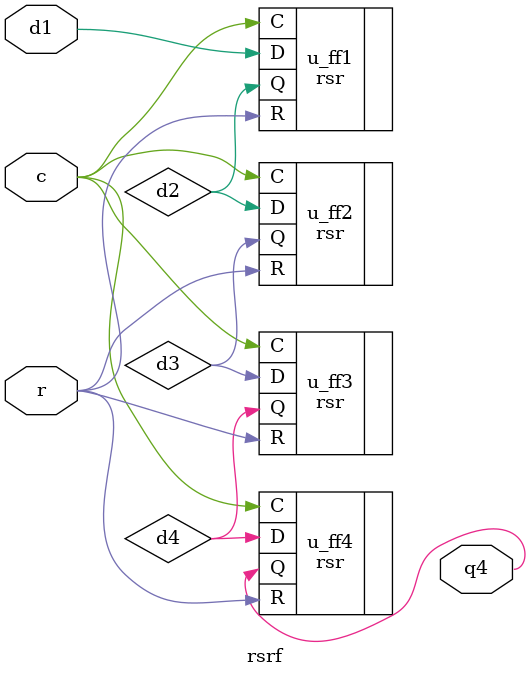
<source format=v>
`include "rsr.v"
module rsrf (d1,r,c,q4);
    input wire d1;
    wire d2;
    wire d3;
    wire d4;
    input wire r;
    input wire c;
    output wire q4;
   // reg q1;
   // reg q2;
   // reg q3;
     
    rsr u_ff1
    (
        .D(d1),
        .R(r),
        .C(c),
        .Q(d2)
    );

    rsr u_ff2
    (
        .D(d2),
        .R(r),
        .C(c),
        .Q(d3)
    );

    rsr u_ff3
    (
        .D(d3),
        .R(r),
        .C(c),
        .Q(d4)
    );

    rsr u_ff4
    (
        .D(d4),
        .R(r),
        .C(c),
        .Q(q4)
    );

endmodule
</source>
